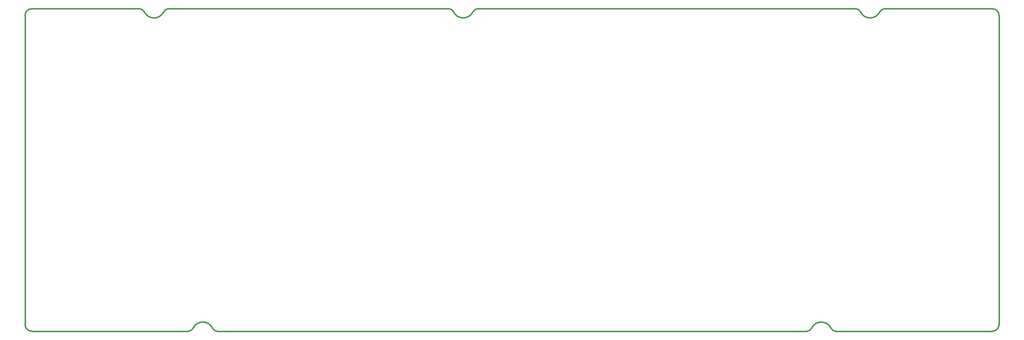
<source format=gbr>
%TF.GenerationSoftware,KiCad,Pcbnew,8.0.2*%
%TF.CreationDate,2025-05-31T22:41:58-07:00*%
%TF.ProjectId,SI60,53493630-2e6b-4696-9361-645f70636258,rev?*%
%TF.SameCoordinates,Original*%
%TF.FileFunction,Profile,NP*%
%FSLAX46Y46*%
G04 Gerber Fmt 4.6, Leading zero omitted, Abs format (unit mm)*
G04 Created by KiCad (PCBNEW 8.0.2) date 2025-05-31 22:41:58*
%MOMM*%
%LPD*%
G01*
G04 APERTURE LIST*
%TA.AperFunction,Profile*%
%ADD10C,0.400000*%
%TD*%
G04 APERTURE END LIST*
D10*
X24353659Y9200098D02*
G75*
G02*
X25715424Y8329147I41J-1499998D01*
G01*
X275852520Y7191172D02*
X275852520Y-83401184D01*
X47084459Y-85401172D02*
X219622487Y-85401172D01*
X121922667Y8329124D02*
G75*
G02*
X116203375Y8329124I-2859646J1320952D01*
G01*
X40002489Y-84529801D02*
G75*
G02*
X45722551Y-84529801I2860031J-1320121D01*
G01*
X-7147480Y9200098D02*
X24353659Y9200098D01*
X-9147480Y7200116D02*
X-9147480Y-83414940D01*
X31434667Y8329124D02*
G75*
G02*
X25715375Y8329124I-2859646J1320952D01*
G01*
X-9147480Y7200116D02*
G75*
G02*
X-7147480Y9200098I2000012J-30D01*
G01*
X242346459Y9200098D02*
X273852559Y9200098D01*
X220977489Y-84529801D02*
G75*
G02*
X219622487Y-85401144I-1361889J628601D01*
G01*
X121922667Y8329124D02*
G75*
G02*
X123284459Y9200129I1361833J-629124D01*
G01*
X233903659Y9200098D02*
G75*
G02*
X235265424Y8329147I41J-1499998D01*
G01*
X47084459Y-85401172D02*
G75*
G02*
X45722590Y-84529783I41J1499972D01*
G01*
X-7147441Y-85401172D02*
G75*
G02*
X-9147480Y-83414940I100J2000188D01*
G01*
X240984667Y8329124D02*
G75*
G02*
X235265373Y8329124I-2859647J1320953D01*
G01*
X220977489Y-84529801D02*
G75*
G02*
X226697553Y-84529801I2860032J-1320121D01*
G01*
X-7147441Y-85401172D02*
X38647487Y-85401172D01*
X273852559Y9200098D02*
G75*
G02*
X275852578Y7191172I41J-1999998D01*
G01*
X40002489Y-84529801D02*
G75*
G02*
X38647487Y-85401144I-1361889J628601D01*
G01*
X228059459Y-85401172D02*
G75*
G02*
X226697590Y-84529783I41J1499972D01*
G01*
X31434667Y8329124D02*
G75*
G02*
X32796459Y9200129I1361833J-629124D01*
G01*
X240984667Y8329124D02*
G75*
G02*
X242346459Y9200129I1361833J-629124D01*
G01*
X32796459Y9200098D02*
X114841659Y9200098D01*
X114841659Y9200098D02*
G75*
G02*
X116203424Y8329147I41J-1499998D01*
G01*
X228059459Y-85401172D02*
X273852520Y-85401172D01*
X275852520Y-83401184D02*
G75*
G02*
X273852520Y-85401220I-2000020J-16D01*
G01*
X123284459Y9200098D02*
X233903659Y9200098D01*
M02*

</source>
